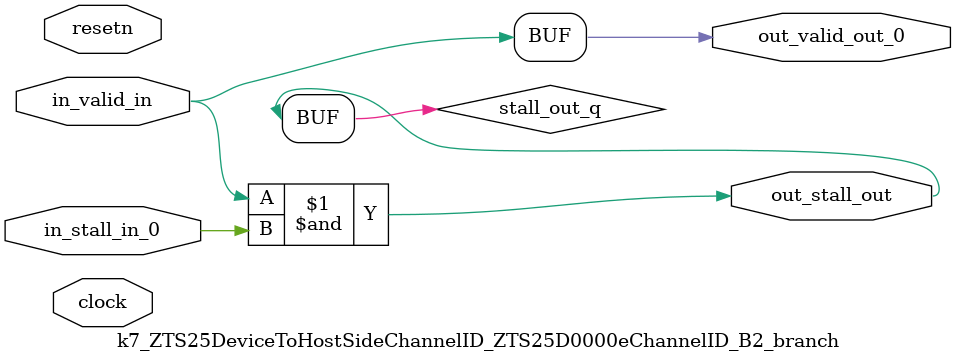
<source format=sv>



(* altera_attribute = "-name AUTO_SHIFT_REGISTER_RECOGNITION OFF; -name MESSAGE_DISABLE 10036; -name MESSAGE_DISABLE 10037; -name MESSAGE_DISABLE 14130; -name MESSAGE_DISABLE 14320; -name MESSAGE_DISABLE 15400; -name MESSAGE_DISABLE 14130; -name MESSAGE_DISABLE 10036; -name MESSAGE_DISABLE 12020; -name MESSAGE_DISABLE 12030; -name MESSAGE_DISABLE 12010; -name MESSAGE_DISABLE 12110; -name MESSAGE_DISABLE 14320; -name MESSAGE_DISABLE 13410; -name MESSAGE_DISABLE 113007; -name MESSAGE_DISABLE 10958" *)
module k7_ZTS25DeviceToHostSideChannelID_ZTS25D0000eChannelID_B2_branch (
    input wire [0:0] in_stall_in_0,
    input wire [0:0] in_valid_in,
    output wire [0:0] out_stall_out,
    output wire [0:0] out_valid_out_0,
    input wire clock,
    input wire resetn
    );

    wire [0:0] stall_out_q;


    // stall_out(LOGICAL,6)
    assign stall_out_q = in_valid_in & in_stall_in_0;

    // out_stall_out(GPOUT,4)
    assign out_stall_out = stall_out_q;

    // out_valid_out_0(GPOUT,5)
    assign out_valid_out_0 = in_valid_in;

endmodule

</source>
